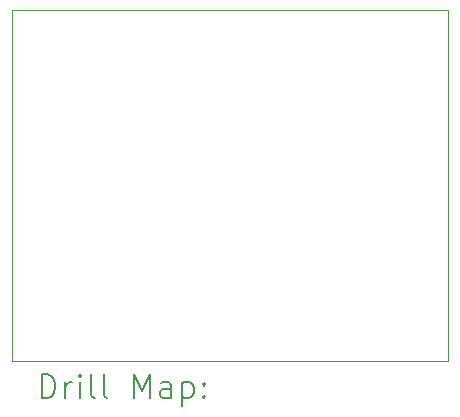
<source format=gbr>
%TF.GenerationSoftware,KiCad,Pcbnew,7.0.10-7.0.10~ubuntu23.10.1*%
%TF.CreationDate,2024-03-29T23:34:19+01:00*%
%TF.ProjectId,ledBoard,6c656442-6f61-4726-942e-6b696361645f,rev?*%
%TF.SameCoordinates,Original*%
%TF.FileFunction,Drillmap*%
%TF.FilePolarity,Positive*%
%FSLAX45Y45*%
G04 Gerber Fmt 4.5, Leading zero omitted, Abs format (unit mm)*
G04 Created by KiCad (PCBNEW 7.0.10-7.0.10~ubuntu23.10.1) date 2024-03-29 23:34:19*
%MOMM*%
%LPD*%
G01*
G04 APERTURE LIST*
%ADD10C,0.100000*%
%ADD11C,0.200000*%
G04 APERTURE END LIST*
D10*
X19860300Y-6794500D02*
X23558500Y-6794500D01*
X23558500Y-9762500D01*
X19860300Y-9762500D01*
X19860300Y-6794500D01*
D11*
X20116077Y-10078984D02*
X20116077Y-9878984D01*
X20116077Y-9878984D02*
X20163696Y-9878984D01*
X20163696Y-9878984D02*
X20192267Y-9888508D01*
X20192267Y-9888508D02*
X20211315Y-9907555D01*
X20211315Y-9907555D02*
X20220839Y-9926603D01*
X20220839Y-9926603D02*
X20230363Y-9964698D01*
X20230363Y-9964698D02*
X20230363Y-9993270D01*
X20230363Y-9993270D02*
X20220839Y-10031365D01*
X20220839Y-10031365D02*
X20211315Y-10050412D01*
X20211315Y-10050412D02*
X20192267Y-10069460D01*
X20192267Y-10069460D02*
X20163696Y-10078984D01*
X20163696Y-10078984D02*
X20116077Y-10078984D01*
X20316077Y-10078984D02*
X20316077Y-9945650D01*
X20316077Y-9983746D02*
X20325601Y-9964698D01*
X20325601Y-9964698D02*
X20335124Y-9955174D01*
X20335124Y-9955174D02*
X20354172Y-9945650D01*
X20354172Y-9945650D02*
X20373220Y-9945650D01*
X20439886Y-10078984D02*
X20439886Y-9945650D01*
X20439886Y-9878984D02*
X20430363Y-9888508D01*
X20430363Y-9888508D02*
X20439886Y-9898031D01*
X20439886Y-9898031D02*
X20449410Y-9888508D01*
X20449410Y-9888508D02*
X20439886Y-9878984D01*
X20439886Y-9878984D02*
X20439886Y-9898031D01*
X20563696Y-10078984D02*
X20544648Y-10069460D01*
X20544648Y-10069460D02*
X20535124Y-10050412D01*
X20535124Y-10050412D02*
X20535124Y-9878984D01*
X20668458Y-10078984D02*
X20649410Y-10069460D01*
X20649410Y-10069460D02*
X20639886Y-10050412D01*
X20639886Y-10050412D02*
X20639886Y-9878984D01*
X20897029Y-10078984D02*
X20897029Y-9878984D01*
X20897029Y-9878984D02*
X20963696Y-10021841D01*
X20963696Y-10021841D02*
X21030363Y-9878984D01*
X21030363Y-9878984D02*
X21030363Y-10078984D01*
X21211315Y-10078984D02*
X21211315Y-9974222D01*
X21211315Y-9974222D02*
X21201791Y-9955174D01*
X21201791Y-9955174D02*
X21182744Y-9945650D01*
X21182744Y-9945650D02*
X21144648Y-9945650D01*
X21144648Y-9945650D02*
X21125601Y-9955174D01*
X21211315Y-10069460D02*
X21192267Y-10078984D01*
X21192267Y-10078984D02*
X21144648Y-10078984D01*
X21144648Y-10078984D02*
X21125601Y-10069460D01*
X21125601Y-10069460D02*
X21116077Y-10050412D01*
X21116077Y-10050412D02*
X21116077Y-10031365D01*
X21116077Y-10031365D02*
X21125601Y-10012317D01*
X21125601Y-10012317D02*
X21144648Y-10002793D01*
X21144648Y-10002793D02*
X21192267Y-10002793D01*
X21192267Y-10002793D02*
X21211315Y-9993270D01*
X21306553Y-9945650D02*
X21306553Y-10145650D01*
X21306553Y-9955174D02*
X21325601Y-9945650D01*
X21325601Y-9945650D02*
X21363696Y-9945650D01*
X21363696Y-9945650D02*
X21382744Y-9955174D01*
X21382744Y-9955174D02*
X21392267Y-9964698D01*
X21392267Y-9964698D02*
X21401791Y-9983746D01*
X21401791Y-9983746D02*
X21401791Y-10040889D01*
X21401791Y-10040889D02*
X21392267Y-10059936D01*
X21392267Y-10059936D02*
X21382744Y-10069460D01*
X21382744Y-10069460D02*
X21363696Y-10078984D01*
X21363696Y-10078984D02*
X21325601Y-10078984D01*
X21325601Y-10078984D02*
X21306553Y-10069460D01*
X21487505Y-10059936D02*
X21497029Y-10069460D01*
X21497029Y-10069460D02*
X21487505Y-10078984D01*
X21487505Y-10078984D02*
X21477982Y-10069460D01*
X21477982Y-10069460D02*
X21487505Y-10059936D01*
X21487505Y-10059936D02*
X21487505Y-10078984D01*
X21487505Y-9955174D02*
X21497029Y-9964698D01*
X21497029Y-9964698D02*
X21487505Y-9974222D01*
X21487505Y-9974222D02*
X21477982Y-9964698D01*
X21477982Y-9964698D02*
X21487505Y-9955174D01*
X21487505Y-9955174D02*
X21487505Y-9974222D01*
M02*

</source>
